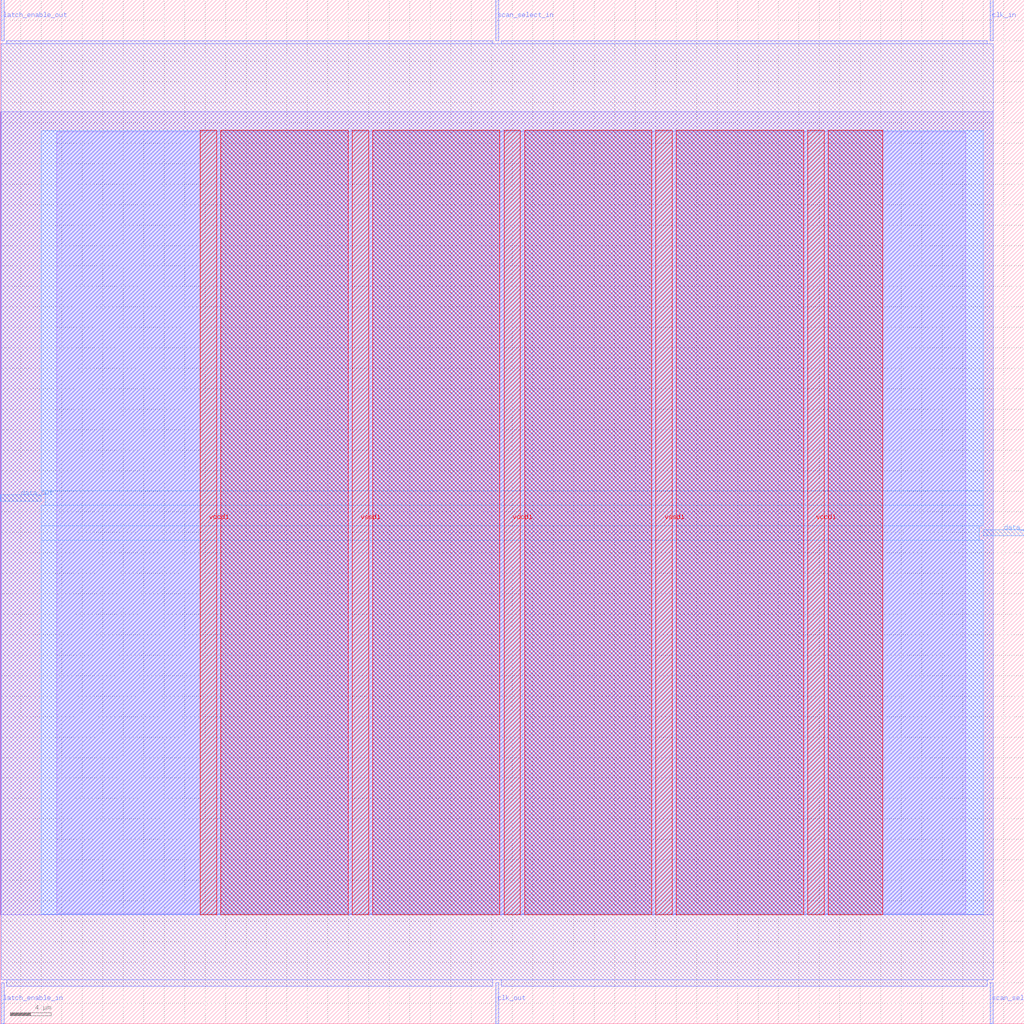
<source format=lef>
VERSION 5.7 ;
  NOWIREEXTENSIONATPIN ON ;
  DIVIDERCHAR "/" ;
  BUSBITCHARS "[]" ;
MACRO scan_wrapper_341521390605697619
  CLASS BLOCK ;
  FOREIGN scan_wrapper_341521390605697619 ;
  ORIGIN 0.000 0.000 ;
  SIZE 100.000 BY 100.000 ;
  PIN clk_in
    DIRECTION INPUT ;
    USE SIGNAL ;
    PORT
      LAYER met2 ;
        RECT 96.690 96.000 96.970 100.000 ;
    END
  END clk_in
  PIN clk_out
    DIRECTION OUTPUT TRISTATE ;
    USE SIGNAL ;
    PORT
      LAYER met2 ;
        RECT 48.390 0.000 48.670 4.000 ;
    END
  END clk_out
  PIN data_in
    DIRECTION INPUT ;
    USE SIGNAL ;
    PORT
      LAYER met3 ;
        RECT 96.000 47.640 100.000 48.240 ;
    END
  END data_in
  PIN data_out
    DIRECTION OUTPUT TRISTATE ;
    USE SIGNAL ;
    PORT
      LAYER met3 ;
        RECT 0.000 51.040 4.000 51.640 ;
    END
  END data_out
  PIN latch_enable_in
    DIRECTION INPUT ;
    USE SIGNAL ;
    PORT
      LAYER met2 ;
        RECT 0.090 0.000 0.370 4.000 ;
    END
  END latch_enable_in
  PIN latch_enable_out
    DIRECTION OUTPUT TRISTATE ;
    USE SIGNAL ;
    PORT
      LAYER met2 ;
        RECT 0.090 96.000 0.370 100.000 ;
    END
  END latch_enable_out
  PIN scan_select_in
    DIRECTION INPUT ;
    USE SIGNAL ;
    PORT
      LAYER met2 ;
        RECT 48.390 96.000 48.670 100.000 ;
    END
  END scan_select_in
  PIN scan_select_out
    DIRECTION OUTPUT TRISTATE ;
    USE SIGNAL ;
    PORT
      LAYER met2 ;
        RECT 96.690 0.000 96.970 4.000 ;
    END
  END scan_select_out
  PIN vccd1
    DIRECTION INPUT ;
    USE POWER ;
    PORT
      LAYER met4 ;
        RECT 19.550 10.640 21.150 87.280 ;
    END
    PORT
      LAYER met4 ;
        RECT 49.200 10.640 50.800 87.280 ;
    END
    PORT
      LAYER met4 ;
        RECT 78.855 10.640 80.455 87.280 ;
    END
  END vccd1
  PIN vssd1
    DIRECTION INPUT ;
    USE GROUND ;
    PORT
      LAYER met4 ;
        RECT 34.370 10.640 35.970 87.280 ;
    END
    PORT
      LAYER met4 ;
        RECT 64.025 10.640 65.625 87.280 ;
    END
  END vssd1
  OBS
      LAYER li1 ;
        RECT 5.520 10.795 94.300 87.125 ;
      LAYER met1 ;
        RECT 0.070 10.640 96.990 89.040 ;
      LAYER met2 ;
        RECT 0.650 95.720 48.110 96.000 ;
        RECT 48.950 95.720 96.410 96.000 ;
        RECT 0.100 4.280 96.960 95.720 ;
        RECT 0.650 3.670 48.110 4.280 ;
        RECT 48.950 3.670 96.410 4.280 ;
      LAYER met3 ;
        RECT 4.000 52.040 96.000 87.205 ;
        RECT 4.400 50.640 96.000 52.040 ;
        RECT 4.000 48.640 96.000 50.640 ;
        RECT 4.000 47.240 95.600 48.640 ;
        RECT 4.000 10.715 96.000 47.240 ;
      LAYER met4 ;
        RECT 21.550 10.640 33.970 87.280 ;
        RECT 36.370 10.640 48.800 87.280 ;
        RECT 51.200 10.640 63.625 87.280 ;
        RECT 66.025 10.640 78.455 87.280 ;
        RECT 80.855 10.640 86.185 87.280 ;
  END
END scan_wrapper_341521390605697619
END LIBRARY


</source>
